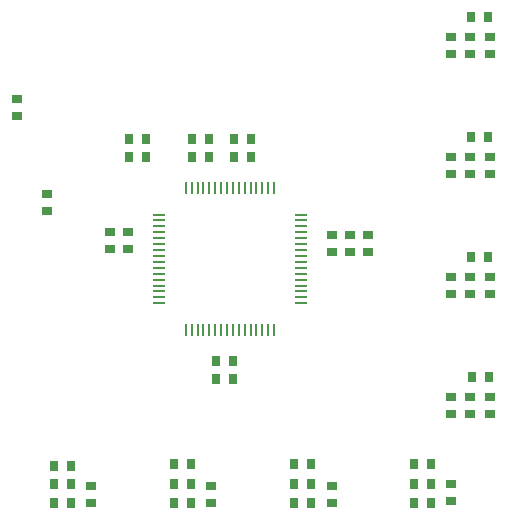
<source format=gtp>
G04 Layer_Color=8421504*
%FSLAX23Y23*%
%MOIN*%
G70*
G01*
G75*
%ADD10R,0.035X0.031*%
%ADD11R,0.031X0.035*%
%ADD12R,0.039X0.008*%
%ADD13R,0.008X0.039*%
D10*
X3745Y2327D02*
D03*
Y2383D02*
D03*
X4145Y2327D02*
D03*
Y2383D02*
D03*
X3600Y3300D02*
D03*
Y3355D02*
D03*
X4550Y2327D02*
D03*
Y2383D02*
D03*
X5010Y2678D02*
D03*
Y2622D02*
D03*
X4945Y2332D02*
D03*
Y2388D02*
D03*
X5010Y3078D02*
D03*
Y3022D02*
D03*
X4945Y3078D02*
D03*
Y3022D02*
D03*
Y2678D02*
D03*
Y2622D02*
D03*
Y3478D02*
D03*
Y3422D02*
D03*
X5010Y3478D02*
D03*
Y3422D02*
D03*
X5075Y3022D02*
D03*
Y3078D02*
D03*
Y2622D02*
D03*
Y2678D02*
D03*
Y3422D02*
D03*
Y3478D02*
D03*
X5010Y3878D02*
D03*
Y3822D02*
D03*
X4945Y3878D02*
D03*
Y3822D02*
D03*
X5075Y3822D02*
D03*
Y3878D02*
D03*
X4550Y3162D02*
D03*
Y3218D02*
D03*
X4610Y3162D02*
D03*
Y3218D02*
D03*
X4670Y3162D02*
D03*
Y3218D02*
D03*
X3810Y3172D02*
D03*
Y3228D02*
D03*
X3870Y3172D02*
D03*
Y3228D02*
D03*
X3500Y3673D02*
D03*
Y3617D02*
D03*
D11*
X3872Y3540D02*
D03*
X3928D02*
D03*
X3872Y3480D02*
D03*
X3928D02*
D03*
X4478Y2390D02*
D03*
X4422D02*
D03*
X4478Y2455D02*
D03*
X4422D02*
D03*
X5068Y3545D02*
D03*
X5012D02*
D03*
X3678Y2450D02*
D03*
X3622D02*
D03*
X4078Y2390D02*
D03*
X4022D02*
D03*
X4078Y2455D02*
D03*
X4022D02*
D03*
X5068Y3145D02*
D03*
X5012D02*
D03*
X5073Y2745D02*
D03*
X5017D02*
D03*
X4878Y2390D02*
D03*
X4822D02*
D03*
X4878Y2455D02*
D03*
X4822D02*
D03*
X3622Y2325D02*
D03*
X3678D02*
D03*
X3678Y2390D02*
D03*
X3622D02*
D03*
X4822Y2325D02*
D03*
X4878D02*
D03*
X4422D02*
D03*
X4478D02*
D03*
X4022D02*
D03*
X4078D02*
D03*
X4082Y3480D02*
D03*
X4138D02*
D03*
X4082Y3540D02*
D03*
X4138D02*
D03*
X4222Y3480D02*
D03*
X4278D02*
D03*
X4222Y3540D02*
D03*
X4278D02*
D03*
X4162Y2800D02*
D03*
X4218D02*
D03*
X4162Y2740D02*
D03*
X4218D02*
D03*
X5068Y3945D02*
D03*
X5012D02*
D03*
D12*
X3973Y3287D02*
D03*
Y3268D02*
D03*
Y3248D02*
D03*
Y3228D02*
D03*
Y3209D02*
D03*
Y3189D02*
D03*
Y3169D02*
D03*
Y3150D02*
D03*
Y3130D02*
D03*
Y3110D02*
D03*
Y3091D02*
D03*
Y3071D02*
D03*
Y3051D02*
D03*
Y3032D02*
D03*
Y3012D02*
D03*
Y2992D02*
D03*
X4445D02*
D03*
Y3012D02*
D03*
Y3032D02*
D03*
Y3051D02*
D03*
Y3071D02*
D03*
Y3091D02*
D03*
Y3110D02*
D03*
Y3130D02*
D03*
Y3150D02*
D03*
Y3169D02*
D03*
Y3189D02*
D03*
Y3209D02*
D03*
Y3228D02*
D03*
Y3248D02*
D03*
Y3268D02*
D03*
Y3287D02*
D03*
D13*
X4061Y2904D02*
D03*
X4081D02*
D03*
X4101D02*
D03*
X4120D02*
D03*
X4140D02*
D03*
X4160D02*
D03*
X4179D02*
D03*
X4199D02*
D03*
X4219D02*
D03*
X4238D02*
D03*
X4258D02*
D03*
X4278D02*
D03*
X4297D02*
D03*
X4317D02*
D03*
X4337D02*
D03*
X4356D02*
D03*
Y3376D02*
D03*
X4337D02*
D03*
X4317D02*
D03*
X4297D02*
D03*
X4278D02*
D03*
X4258D02*
D03*
X4238D02*
D03*
X4219D02*
D03*
X4199D02*
D03*
X4179D02*
D03*
X4160D02*
D03*
X4140D02*
D03*
X4120D02*
D03*
X4101D02*
D03*
X4081D02*
D03*
X4061D02*
D03*
M02*

</source>
